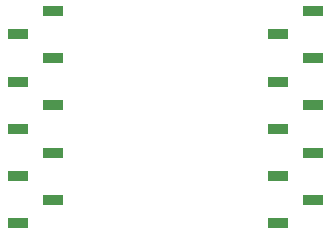
<source format=gbr>
G04 EAGLE Gerber RS-274X export*
G75*
%MOMM*%
%FSLAX34Y34*%
%LPD*%
%INSolderpaste Bottom*%
%IPPOS*%
%AMOC8*
5,1,8,0,0,1.08239X$1,22.5*%
G01*
%ADD10R,1.700000X0.850000*%


D10*
X32000Y627700D03*
X2000Y607700D03*
X32000Y587700D03*
X2000Y567700D03*
X32000Y547700D03*
X2000Y527700D03*
X32000Y507700D03*
X2000Y487700D03*
X32000Y467700D03*
X2000Y447700D03*
X252000Y627700D03*
X222000Y607700D03*
X252000Y587700D03*
X222000Y567700D03*
X252000Y547700D03*
X222000Y527700D03*
X252000Y507700D03*
X222000Y487700D03*
X252000Y467700D03*
X222000Y447700D03*
M02*

</source>
